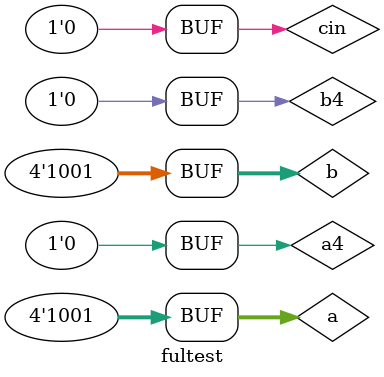
<source format=v>
`timescale 1ns / 1ps


module fultest;

	// Inputs
	reg a4;
	reg [3:0] a;
	reg [3:0] b;
	reg b4;
	reg cin;

	// Outputs
	wire [4:0] sum;
	wire carry;

	// Instantiate the Unit Under Test (UUT)
	fulladder5 uut (
		.a4(a4), 
		.a(a), 
		.b(b), 
		.b4(b4), 
		.cin(cin), 
		.sum(sum), 
		.carry(carry)
	);

	initial begin
		// Initialize Inputs
		a4 = 0;
		a = 1001;
		b = 1001;
		b4 = 0;
		cin = 0;

		// Wait 100 ns for global reset to finish
		#100;
      a4 = 0;
		a = 1001;
		b = 1001;
		b4 = 0;
		cin = 0; 
		// Add stimulus here

	end
      
endmodule


</source>
